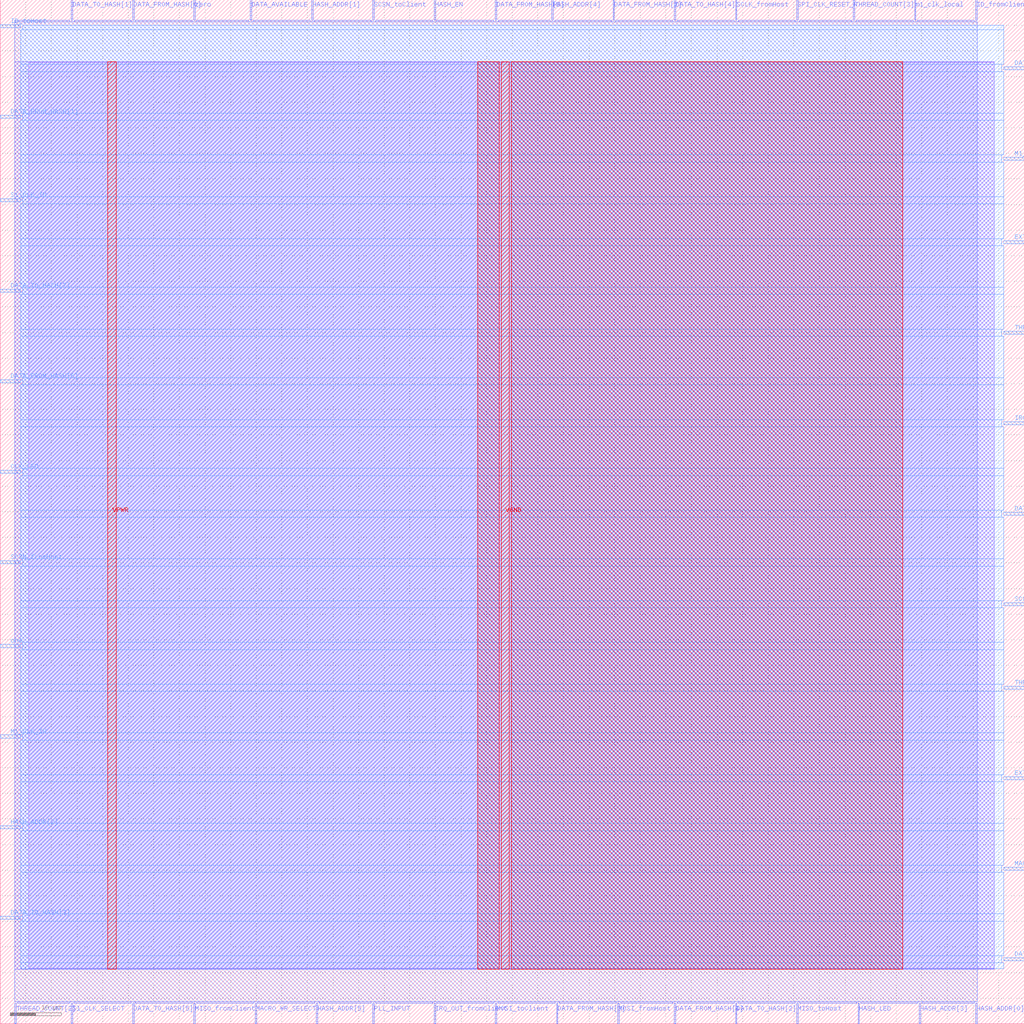
<source format=lef>
VERSION 5.7 ;
  NOWIREEXTENSIONATPIN ON ;
  DIVIDERCHAR "/" ;
  BUSBITCHARS "[]" ;
MACRO decred_controller
  CLASS BLOCK ;
  FOREIGN decred_controller ;
  ORIGIN 0.000 0.000 ;
  SIZE 200.000 BY 200.000 ;
  PIN CLK_LED
    DIRECTION OUTPUT TRISTATE ;
    PORT
      LAYER met3 ;
        RECT 0.000 107.480 4.000 108.080 ;
    END
  END CLK_LED
  PIN DATA_AVAILABLE
    DIRECTION INPUT ;
    PORT
      LAYER met2 ;
        RECT 48.850 196.000 49.130 200.000 ;
    END
  END DATA_AVAILABLE
  PIN DATA_FROM_HASH[0]
    DIRECTION INPUT ;
    PORT
      LAYER met2 ;
        RECT 25.850 196.000 26.130 200.000 ;
    END
  END DATA_FROM_HASH[0]
  PIN DATA_FROM_HASH[1]
    DIRECTION INPUT ;
    PORT
      LAYER met3 ;
        RECT 0.000 176.840 4.000 177.440 ;
    END
  END DATA_FROM_HASH[1]
  PIN DATA_FROM_HASH[2]
    DIRECTION INPUT ;
    PORT
      LAYER met2 ;
        RECT 119.690 196.000 119.970 200.000 ;
    END
  END DATA_FROM_HASH[2]
  PIN DATA_FROM_HASH[3]
    DIRECTION INPUT ;
    PORT
      LAYER met2 ;
        RECT 108.650 0.000 108.930 4.000 ;
    END
  END DATA_FROM_HASH[3]
  PIN DATA_FROM_HASH[4]
    DIRECTION INPUT ;
    PORT
      LAYER met2 ;
        RECT 131.650 0.000 131.930 4.000 ;
    END
  END DATA_FROM_HASH[4]
  PIN DATA_FROM_HASH[5]
    DIRECTION INPUT ;
    PORT
      LAYER met2 ;
        RECT 96.690 196.000 96.970 200.000 ;
    END
  END DATA_FROM_HASH[5]
  PIN DATA_FROM_HASH[6]
    DIRECTION INPUT ;
    PORT
      LAYER met3 ;
        RECT 0.000 125.160 4.000 125.760 ;
    END
  END DATA_FROM_HASH[6]
  PIN DATA_FROM_HASH[7]
    DIRECTION INPUT ;
    PORT
      LAYER met3 ;
        RECT 196.000 186.360 200.000 186.960 ;
    END
  END DATA_FROM_HASH[7]
  PIN DATA_TO_HASH[0]
    DIRECTION OUTPUT TRISTATE ;
    PORT
      LAYER met3 ;
        RECT 196.000 99.320 200.000 99.920 ;
    END
  END DATA_TO_HASH[0]
  PIN DATA_TO_HASH[1]
    DIRECTION OUTPUT TRISTATE ;
    PORT
      LAYER met2 ;
        RECT 13.890 196.000 14.170 200.000 ;
    END
  END DATA_TO_HASH[1]
  PIN DATA_TO_HASH[2]
    DIRECTION OUTPUT TRISTATE ;
    PORT
      LAYER met2 ;
        RECT 143.610 0.000 143.890 4.000 ;
    END
  END DATA_TO_HASH[2]
  PIN DATA_TO_HASH[3]
    DIRECTION OUTPUT TRISTATE ;
    PORT
      LAYER met3 ;
        RECT 0.000 20.440 4.000 21.040 ;
    END
  END DATA_TO_HASH[3]
  PIN DATA_TO_HASH[4]
    DIRECTION OUTPUT TRISTATE ;
    PORT
      LAYER met2 ;
        RECT 131.650 196.000 131.930 200.000 ;
    END
  END DATA_TO_HASH[4]
  PIN DATA_TO_HASH[5]
    DIRECTION OUTPUT TRISTATE ;
    PORT
      LAYER met2 ;
        RECT 25.850 0.000 26.130 4.000 ;
    END
  END DATA_TO_HASH[5]
  PIN DATA_TO_HASH[6]
    DIRECTION OUTPUT TRISTATE ;
    PORT
      LAYER met3 ;
        RECT 196.000 12.280 200.000 12.880 ;
    END
  END DATA_TO_HASH[6]
  PIN DATA_TO_HASH[7]
    DIRECTION OUTPUT TRISTATE ;
    PORT
      LAYER met3 ;
        RECT 0.000 142.840 4.000 143.440 ;
    END
  END DATA_TO_HASH[7]
  PIN EXT_RESET_N_fromHost
    DIRECTION INPUT ;
    PORT
      LAYER met3 ;
        RECT 196.000 47.640 200.000 48.240 ;
    END
  END EXT_RESET_N_fromHost
  PIN EXT_RESET_N_toClient
    DIRECTION OUTPUT TRISTATE ;
    PORT
      LAYER met3 ;
        RECT 196.000 152.360 200.000 152.960 ;
    END
  END EXT_RESET_N_toClient
  PIN HASH_ADDR[0]
    DIRECTION OUTPUT TRISTATE ;
    PORT
      LAYER met2 ;
        RECT 190.530 0.000 190.810 4.000 ;
    END
  END HASH_ADDR[0]
  PIN HASH_ADDR[1]
    DIRECTION OUTPUT TRISTATE ;
    PORT
      LAYER met2 ;
        RECT 60.810 196.000 61.090 200.000 ;
    END
  END HASH_ADDR[1]
  PIN HASH_ADDR[2]
    DIRECTION OUTPUT TRISTATE ;
    PORT
      LAYER met3 ;
        RECT 0.000 38.120 4.000 38.720 ;
    END
  END HASH_ADDR[2]
  PIN HASH_ADDR[3]
    DIRECTION OUTPUT TRISTATE ;
    PORT
      LAYER met2 ;
        RECT 179.490 0.000 179.770 4.000 ;
    END
  END HASH_ADDR[3]
  PIN HASH_ADDR[4]
    DIRECTION OUTPUT TRISTATE ;
    PORT
      LAYER met2 ;
        RECT 107.730 196.000 108.010 200.000 ;
    END
  END HASH_ADDR[4]
  PIN HASH_ADDR[5]
    DIRECTION OUTPUT TRISTATE ;
    PORT
      LAYER met2 ;
        RECT 61.730 0.000 62.010 4.000 ;
    END
  END HASH_ADDR[5]
  PIN HASH_EN
    DIRECTION OUTPUT TRISTATE ;
    PORT
      LAYER met2 ;
        RECT 84.730 196.000 85.010 200.000 ;
    END
  END HASH_EN
  PIN HASH_LED
    DIRECTION OUTPUT TRISTATE ;
    PORT
      LAYER met2 ;
        RECT 167.530 0.000 167.810 4.000 ;
    END
  END HASH_LED
  PIN ID_fromClient
    DIRECTION INPUT ;
    PORT
      LAYER met2 ;
        RECT 190.530 196.000 190.810 200.000 ;
    END
  END ID_fromClient
  PIN ID_toHost
    DIRECTION OUTPUT TRISTATE ;
    PORT
      LAYER met3 ;
        RECT 0.000 194.520 4.000 195.120 ;
    END
  END ID_toHost
  PIN IRQ_OUT_fromClient
    DIRECTION INPUT ;
    PORT
      LAYER met2 ;
        RECT 84.730 0.000 85.010 4.000 ;
    END
  END IRQ_OUT_fromClient
  PIN IRQ_OUT_toHost
    DIRECTION OUTPUT TRISTATE ;
    PORT
      LAYER met3 ;
        RECT 196.000 117.000 200.000 117.600 ;
    END
  END IRQ_OUT_toHost
  PIN M1_CLK_IN
    DIRECTION INPUT ;
    PORT
      LAYER met3 ;
        RECT 0.000 55.800 4.000 56.400 ;
    END
  END M1_CLK_IN
  PIN M1_CLK_SELECT
    DIRECTION INPUT ;
    PORT
      LAYER met3 ;
        RECT 196.000 168.680 200.000 169.280 ;
    END
  END M1_CLK_SELECT
  PIN MACRO_RD_SELECT
    DIRECTION OUTPUT TRISTATE ;
    PORT
      LAYER met3 ;
        RECT 196.000 29.960 200.000 30.560 ;
    END
  END MACRO_RD_SELECT
  PIN MACRO_WR_SELECT
    DIRECTION OUTPUT TRISTATE ;
    PORT
      LAYER met2 ;
        RECT 49.770 0.000 50.050 4.000 ;
    END
  END MACRO_WR_SELECT
  PIN MISO_fromClient
    DIRECTION INPUT ;
    PORT
      LAYER met2 ;
        RECT 37.810 0.000 38.090 4.000 ;
    END
  END MISO_fromClient
  PIN MISO_toHost
    DIRECTION OUTPUT TRISTATE ;
    PORT
      LAYER met2 ;
        RECT 155.570 0.000 155.850 4.000 ;
    END
  END MISO_toHost
  PIN MOSI_fromHost
    DIRECTION INPUT ;
    PORT
      LAYER met2 ;
        RECT 120.610 0.000 120.890 4.000 ;
    END
  END MOSI_fromHost
  PIN MOSI_toClient
    DIRECTION OUTPUT TRISTATE ;
    PORT
      LAYER met2 ;
        RECT 96.690 0.000 96.970 4.000 ;
    END
  END MOSI_toClient
  PIN PLL_INPUT
    DIRECTION INPUT ;
    PORT
      LAYER met2 ;
        RECT 72.770 0.000 73.050 4.000 ;
    END
  END PLL_INPUT
  PIN S1_CLK_IN
    DIRECTION INPUT ;
    PORT
      LAYER met3 ;
        RECT 0.000 160.520 4.000 161.120 ;
    END
  END S1_CLK_IN
  PIN S1_CLK_SELECT
    DIRECTION INPUT ;
    PORT
      LAYER met2 ;
        RECT 13.890 0.000 14.170 4.000 ;
    END
  END S1_CLK_SELECT
  PIN SCLK_fromHost
    DIRECTION INPUT ;
    PORT
      LAYER met2 ;
        RECT 143.610 196.000 143.890 200.000 ;
    END
  END SCLK_fromHost
  PIN SCLK_toClient
    DIRECTION OUTPUT TRISTATE ;
    PORT
      LAYER met3 ;
        RECT 196.000 81.640 200.000 82.240 ;
    END
  END SCLK_toClient
  PIN SCSN_fromHost
    DIRECTION INPUT ;
    PORT
      LAYER met3 ;
        RECT 0.000 89.800 4.000 90.400 ;
    END
  END SCSN_fromHost
  PIN SCSN_toClient
    DIRECTION OUTPUT TRISTATE ;
    PORT
      LAYER met2 ;
        RECT 72.770 196.000 73.050 200.000 ;
    END
  END SCSN_toClient
  PIN SPI_CLK_RESET_N
    DIRECTION INPUT ;
    PORT
      LAYER met2 ;
        RECT 155.570 196.000 155.850 200.000 ;
    END
  END SPI_CLK_RESET_N
  PIN THREAD_COUNT[0]
    DIRECTION INPUT ;
    PORT
      LAYER met3 ;
        RECT 196.000 134.680 200.000 135.280 ;
    END
  END THREAD_COUNT[0]
  PIN THREAD_COUNT[1]
    DIRECTION INPUT ;
    PORT
      LAYER met3 ;
        RECT 196.000 65.320 200.000 65.920 ;
    END
  END THREAD_COUNT[1]
  PIN THREAD_COUNT[2]
    DIRECTION INPUT ;
    PORT
      LAYER met2 ;
        RECT 2.850 0.000 3.130 4.000 ;
    END
  END THREAD_COUNT[2]
  PIN THREAD_COUNT[3]
    DIRECTION INPUT ;
    PORT
      LAYER met2 ;
        RECT 166.610 196.000 166.890 200.000 ;
    END
  END THREAD_COUNT[3]
  PIN m1_clk_local
    DIRECTION OUTPUT TRISTATE ;
    PORT
      LAYER met2 ;
        RECT 178.570 196.000 178.850 200.000 ;
    END
  END m1_clk_local
  PIN one
    DIRECTION OUTPUT TRISTATE ;
    PORT
      LAYER met3 ;
        RECT 0.000 73.480 4.000 74.080 ;
    END
  END one
  PIN zero
    DIRECTION OUTPUT TRISTATE ;
    PORT
      LAYER met2 ;
        RECT 37.810 196.000 38.090 200.000 ;
    END
  END zero
  PIN VPWR
    DIRECTION INPUT ;
    USE POWER ;
    PORT
      LAYER met4 ;
        RECT 21.040 10.640 22.640 187.920 ;
    END
  END VPWR
  PIN VGND
    DIRECTION INPUT ;
    USE GROUND ;
    PORT
      LAYER met4 ;
        RECT 97.840 10.640 99.440 187.920 ;
    END
  END VGND
  OBS
      LAYER li1 ;
        RECT 5.520 10.795 194.120 187.765 ;
      LAYER met1 ;
        RECT 2.830 10.640 194.120 187.920 ;
      LAYER met2 ;
        RECT 2.860 195.720 13.610 196.000 ;
        RECT 14.450 195.720 25.570 196.000 ;
        RECT 26.410 195.720 37.530 196.000 ;
        RECT 38.370 195.720 48.570 196.000 ;
        RECT 49.410 195.720 60.530 196.000 ;
        RECT 61.370 195.720 72.490 196.000 ;
        RECT 73.330 195.720 84.450 196.000 ;
        RECT 85.290 195.720 96.410 196.000 ;
        RECT 97.250 195.720 107.450 196.000 ;
        RECT 108.290 195.720 119.410 196.000 ;
        RECT 120.250 195.720 131.370 196.000 ;
        RECT 132.210 195.720 143.330 196.000 ;
        RECT 144.170 195.720 155.290 196.000 ;
        RECT 156.130 195.720 166.330 196.000 ;
        RECT 167.170 195.720 178.290 196.000 ;
        RECT 179.130 195.720 190.250 196.000 ;
        RECT 2.860 4.280 190.800 195.720 ;
        RECT 3.410 4.000 13.610 4.280 ;
        RECT 14.450 4.000 25.570 4.280 ;
        RECT 26.410 4.000 37.530 4.280 ;
        RECT 38.370 4.000 49.490 4.280 ;
        RECT 50.330 4.000 61.450 4.280 ;
        RECT 62.290 4.000 72.490 4.280 ;
        RECT 73.330 4.000 84.450 4.280 ;
        RECT 85.290 4.000 96.410 4.280 ;
        RECT 97.250 4.000 108.370 4.280 ;
        RECT 109.210 4.000 120.330 4.280 ;
        RECT 121.170 4.000 131.370 4.280 ;
        RECT 132.210 4.000 143.330 4.280 ;
        RECT 144.170 4.000 155.290 4.280 ;
        RECT 156.130 4.000 167.250 4.280 ;
        RECT 168.090 4.000 179.210 4.280 ;
        RECT 180.050 4.000 190.250 4.280 ;
      LAYER met3 ;
        RECT 4.400 194.120 196.000 194.985 ;
        RECT 4.000 187.360 196.000 194.120 ;
        RECT 4.000 185.960 195.600 187.360 ;
        RECT 4.000 177.840 196.000 185.960 ;
        RECT 4.400 176.440 196.000 177.840 ;
        RECT 4.000 169.680 196.000 176.440 ;
        RECT 4.000 168.280 195.600 169.680 ;
        RECT 4.000 161.520 196.000 168.280 ;
        RECT 4.400 160.120 196.000 161.520 ;
        RECT 4.000 153.360 196.000 160.120 ;
        RECT 4.000 151.960 195.600 153.360 ;
        RECT 4.000 143.840 196.000 151.960 ;
        RECT 4.400 142.440 196.000 143.840 ;
        RECT 4.000 135.680 196.000 142.440 ;
        RECT 4.000 134.280 195.600 135.680 ;
        RECT 4.000 126.160 196.000 134.280 ;
        RECT 4.400 124.760 196.000 126.160 ;
        RECT 4.000 118.000 196.000 124.760 ;
        RECT 4.000 116.600 195.600 118.000 ;
        RECT 4.000 108.480 196.000 116.600 ;
        RECT 4.400 107.080 196.000 108.480 ;
        RECT 4.000 100.320 196.000 107.080 ;
        RECT 4.000 98.920 195.600 100.320 ;
        RECT 4.000 90.800 196.000 98.920 ;
        RECT 4.400 89.400 196.000 90.800 ;
        RECT 4.000 82.640 196.000 89.400 ;
        RECT 4.000 81.240 195.600 82.640 ;
        RECT 4.000 74.480 196.000 81.240 ;
        RECT 4.400 73.080 196.000 74.480 ;
        RECT 4.000 66.320 196.000 73.080 ;
        RECT 4.000 64.920 195.600 66.320 ;
        RECT 4.000 56.800 196.000 64.920 ;
        RECT 4.400 55.400 196.000 56.800 ;
        RECT 4.000 48.640 196.000 55.400 ;
        RECT 4.000 47.240 195.600 48.640 ;
        RECT 4.000 39.120 196.000 47.240 ;
        RECT 4.400 37.720 196.000 39.120 ;
        RECT 4.000 30.960 196.000 37.720 ;
        RECT 4.000 29.560 195.600 30.960 ;
        RECT 4.000 21.440 196.000 29.560 ;
        RECT 4.400 20.040 196.000 21.440 ;
        RECT 4.000 13.280 196.000 20.040 ;
        RECT 4.000 11.880 195.600 13.280 ;
        RECT 4.000 10.715 196.000 11.880 ;
      LAYER met4 ;
        RECT 93.215 10.640 97.440 187.920 ;
        RECT 99.840 10.640 176.240 187.920 ;
  END
END decred_controller
END LIBRARY


</source>
